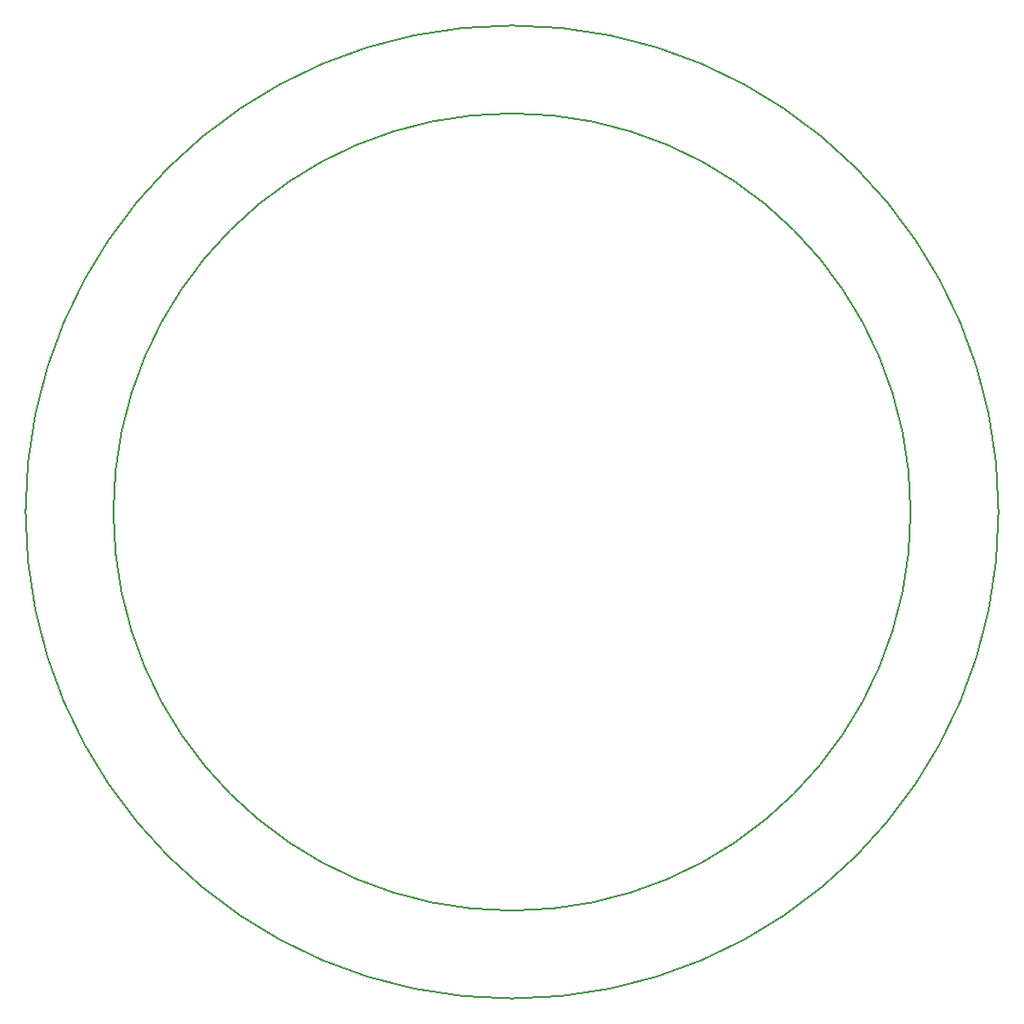
<source format=gm1>
G04 #@! TF.GenerationSoftware,KiCad,Pcbnew,(5.1.5)-3*
G04 #@! TF.CreationDate,2020-01-15T14:34:41+01:00*
G04 #@! TF.ProjectId,ring_pcb_5mm_leds,72696e67-5f70-4636-925f-356d6d5f6c65,rev?*
G04 #@! TF.SameCoordinates,Original*
G04 #@! TF.FileFunction,Profile,NP*
%FSLAX46Y46*%
G04 Gerber Fmt 4.6, Leading zero omitted, Abs format (unit mm)*
G04 Created by KiCad (PCBNEW (5.1.5)-3) date 2020-01-15 14:34:41*
%MOMM*%
%LPD*%
G04 APERTURE LIST*
%ADD10C,0.200000*%
G04 APERTURE END LIST*
D10*
X181178386Y-83219619D02*
G75*
G03X181178386Y-83219619I-36250000J0D01*
G01*
X189178386Y-83219619D02*
G75*
G03X189178386Y-83219619I-44250000J0D01*
G01*
M02*

</source>
